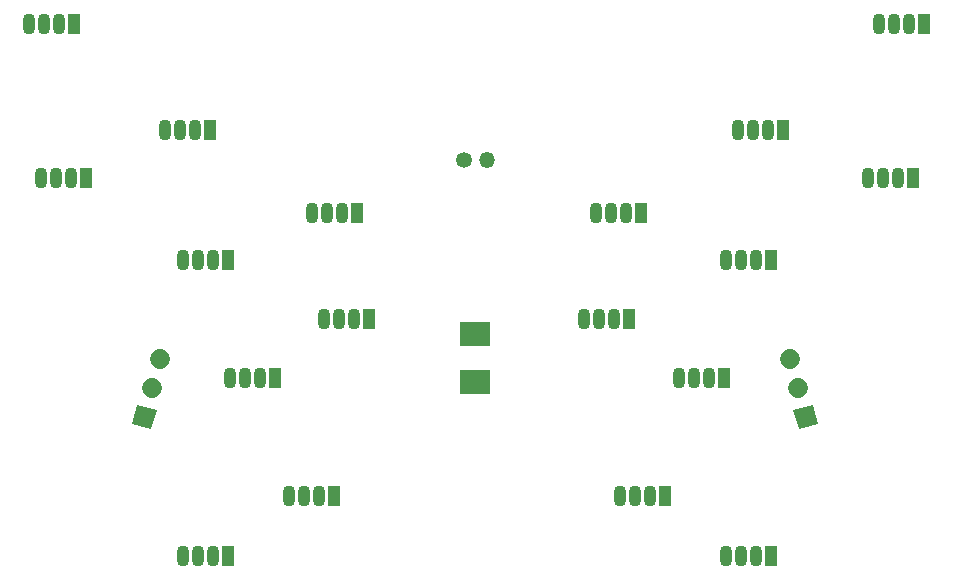
<source format=gts>
G04 #@! TF.FileFunction,Soldermask,Top*
%FSLAX46Y46*%
G04 Gerber Fmt 4.6, Leading zero omitted, Abs format (unit mm)*
G04 Created by KiCad (PCBNEW 4.0.7) date Monday, September 03, 2018 'PMt' 09:38:33 PM*
%MOMM*%
%LPD*%
G01*
G04 APERTURE LIST*
%ADD10C,0.100000*%
%ADD11R,1.070000X1.800000*%
%ADD12O,1.070000X1.800000*%
%ADD13C,1.350000*%
%ADD14O,1.350000X1.350000*%
%ADD15R,2.500000X2.000000*%
%ADD16C,1.700000*%
G04 APERTURE END LIST*
D10*
D11*
X114053006Y-98725640D03*
D12*
X112783006Y-98725640D03*
X111513006Y-98725640D03*
X110243006Y-98725640D03*
D11*
X126053006Y-91725640D03*
D12*
X124783006Y-91725640D03*
X123513006Y-91725640D03*
X122243006Y-91725640D03*
D11*
X138053006Y-82725640D03*
D12*
X136783006Y-82725640D03*
X135513006Y-82725640D03*
X134243006Y-82725640D03*
D11*
X113053006Y-107725640D03*
D12*
X111783006Y-107725640D03*
X110513006Y-107725640D03*
X109243006Y-107725640D03*
D11*
X125053006Y-102725640D03*
D12*
X123783006Y-102725640D03*
X122513006Y-102725640D03*
X121243006Y-102725640D03*
D11*
X137053006Y-95725640D03*
D12*
X135783006Y-95725640D03*
X134513006Y-95725640D03*
X133243006Y-95725640D03*
D11*
X121053006Y-112725640D03*
D12*
X119783006Y-112725640D03*
X118513006Y-112725640D03*
X117243006Y-112725640D03*
D11*
X125053006Y-127725640D03*
D12*
X123783006Y-127725640D03*
X122513006Y-127725640D03*
X121243006Y-127725640D03*
D11*
X116053006Y-122725640D03*
D12*
X114783006Y-122725640D03*
X113513006Y-122725640D03*
X112243006Y-122725640D03*
D11*
X90053006Y-98725640D03*
D12*
X88783006Y-98725640D03*
X87513006Y-98725640D03*
X86243006Y-98725640D03*
D11*
X77553006Y-91725640D03*
D12*
X76283006Y-91725640D03*
X75013006Y-91725640D03*
X73743006Y-91725640D03*
D11*
X66053006Y-82725640D03*
D12*
X64783006Y-82725640D03*
X63513006Y-82725640D03*
X62243006Y-82725640D03*
D11*
X91053006Y-107725640D03*
D12*
X89783006Y-107725640D03*
X88513006Y-107725640D03*
X87243006Y-107725640D03*
D11*
X79053006Y-102725640D03*
D12*
X77783006Y-102725640D03*
X76513006Y-102725640D03*
X75243006Y-102725640D03*
D11*
X67053006Y-95725640D03*
D12*
X65783006Y-95725640D03*
X64513006Y-95725640D03*
X63243006Y-95725640D03*
D11*
X83053006Y-112725640D03*
D12*
X81783006Y-112725640D03*
X80513006Y-112725640D03*
X79243006Y-112725640D03*
D11*
X79053006Y-127725640D03*
D12*
X77783006Y-127725640D03*
X76513006Y-127725640D03*
X75243006Y-127725640D03*
D11*
X88053006Y-122725640D03*
D12*
X86783006Y-122725640D03*
X85513006Y-122725640D03*
X84243006Y-122725640D03*
D13*
X99053006Y-94225640D03*
D14*
X101053006Y-94225640D03*
D15*
X100000000Y-113000000D03*
X100000000Y-109000000D03*
D10*
G36*
X128601041Y-114958967D02*
X129041033Y-116601041D01*
X127398959Y-117041033D01*
X126958967Y-115398959D01*
X128601041Y-114958967D01*
X128601041Y-114958967D01*
G37*
D16*
X127342600Y-113546548D02*
X127342600Y-113546548D01*
X126685199Y-111093097D02*
X126685199Y-111093097D01*
D10*
G36*
X73041033Y-115398959D02*
X72601041Y-117041033D01*
X70958967Y-116601041D01*
X71398959Y-114958967D01*
X73041033Y-115398959D01*
X73041033Y-115398959D01*
G37*
D16*
X72657400Y-113546548D02*
X72657400Y-113546548D01*
X73314801Y-111093097D02*
X73314801Y-111093097D01*
M02*

</source>
